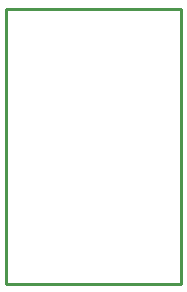
<source format=gbr>
G04 EAGLE Gerber RS-274X export*
G75*
%MOMM*%
%FSLAX34Y34*%
%LPD*%
%IN*%
%IPPOS*%
%AMOC8*
5,1,8,0,0,1.08239X$1,22.5*%
G01*
%ADD10C,0.254000*%


D10*
X592Y-1348D02*
X149080Y-1348D01*
X149080Y231432D01*
X592Y231432D01*
X592Y-1348D01*
M02*

</source>
